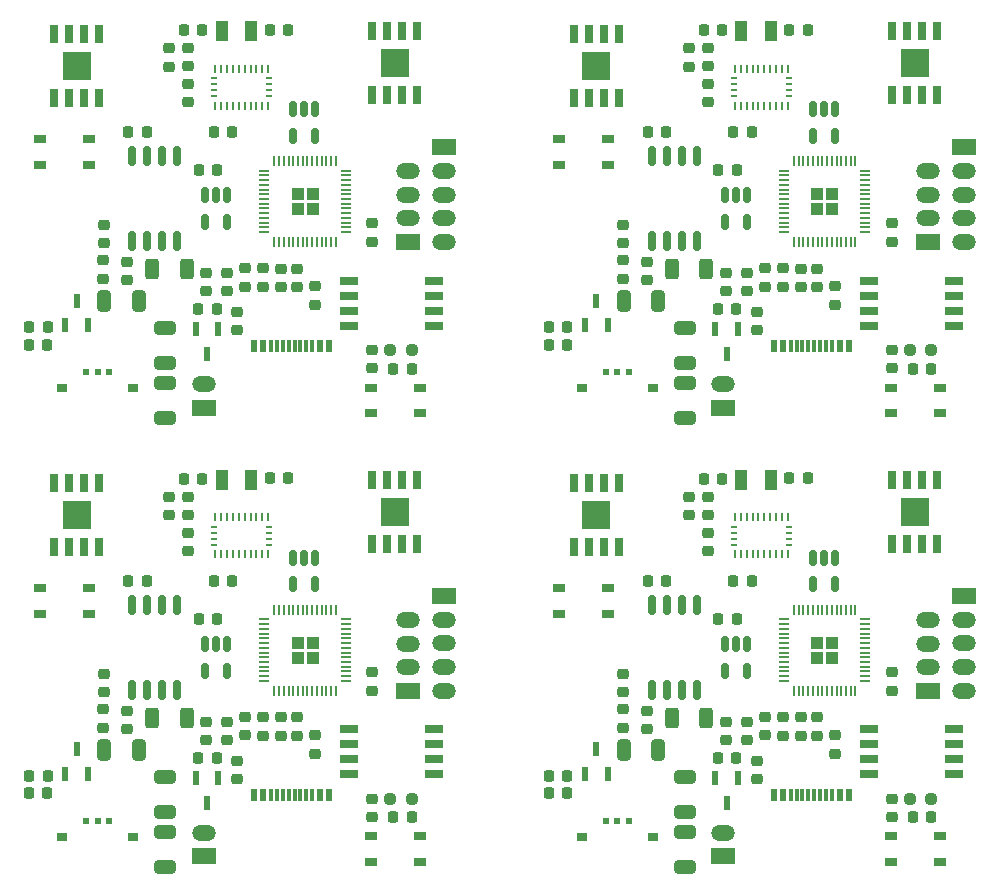
<source format=gbr>
%TF.GenerationSoftware,KiCad,Pcbnew,(6.0.4)*%
%TF.CreationDate,2022-09-20T18:54:46+09:00*%
%TF.ProjectId,mainboard_p_rev4,6d61696e-626f-4617-9264-5f705f726576,rev?*%
%TF.SameCoordinates,Original*%
%TF.FileFunction,Paste,Top*%
%TF.FilePolarity,Positive*%
%FSLAX46Y46*%
G04 Gerber Fmt 4.6, Leading zero omitted, Abs format (unit mm)*
G04 Created by KiCad (PCBNEW (6.0.4)) date 2022-09-20 18:54:46*
%MOMM*%
%LPD*%
G01*
G04 APERTURE LIST*
G04 Aperture macros list*
%AMRoundRect*
0 Rectangle with rounded corners*
0 $1 Rounding radius*
0 $2 $3 $4 $5 $6 $7 $8 $9 X,Y pos of 4 corners*
0 Add a 4 corners polygon primitive as box body*
4,1,4,$2,$3,$4,$5,$6,$7,$8,$9,$2,$3,0*
0 Add four circle primitives for the rounded corners*
1,1,$1+$1,$2,$3*
1,1,$1+$1,$4,$5*
1,1,$1+$1,$6,$7*
1,1,$1+$1,$8,$9*
0 Add four rect primitives between the rounded corners*
20,1,$1+$1,$2,$3,$4,$5,0*
20,1,$1+$1,$4,$5,$6,$7,0*
20,1,$1+$1,$6,$7,$8,$9,0*
20,1,$1+$1,$8,$9,$2,$3,0*%
G04 Aperture macros list end*
%ADD10RoundRect,0.225000X-0.225000X-0.250000X0.225000X-0.250000X0.225000X0.250000X-0.225000X0.250000X0*%
%ADD11RoundRect,0.250000X0.650000X-0.325000X0.650000X0.325000X-0.650000X0.325000X-0.650000X-0.325000X0*%
%ADD12RoundRect,0.225000X-0.250000X0.225000X-0.250000X-0.225000X0.250000X-0.225000X0.250000X0.225000X0*%
%ADD13RoundRect,0.225000X0.225000X0.250000X-0.225000X0.250000X-0.225000X-0.250000X0.225000X-0.250000X0*%
%ADD14R,1.000000X1.800000*%
%ADD15RoundRect,0.225000X0.250000X-0.225000X0.250000X0.225000X-0.250000X0.225000X-0.250000X-0.225000X0*%
%ADD16RoundRect,0.237500X-0.250000X-0.237500X0.250000X-0.237500X0.250000X0.237500X-0.250000X0.237500X0*%
%ADD17RoundRect,0.150000X-0.150000X0.512500X-0.150000X-0.512500X0.150000X-0.512500X0.150000X0.512500X0*%
%ADD18R,0.600000X1.300000*%
%ADD19R,2.000000X1.350000*%
%ADD20O,2.000000X1.350000*%
%ADD21R,0.600000X0.510000*%
%ADD22R,0.900000X0.700000*%
%ADD23R,0.650000X1.525000*%
%ADD24R,2.390000X2.390000*%
%ADD25R,1.050000X0.650000*%
%ADD26RoundRect,0.250000X0.325000X0.650000X-0.325000X0.650000X-0.325000X-0.650000X0.325000X-0.650000X0*%
%ADD27R,0.600000X1.140000*%
%ADD28R,0.300000X1.140000*%
%ADD29R,1.650000X0.650000*%
%ADD30RoundRect,0.250000X-0.312500X-0.625000X0.312500X-0.625000X0.312500X0.625000X-0.312500X0.625000X0*%
%ADD31RoundRect,0.250000X0.292217X0.292217X-0.292217X0.292217X-0.292217X-0.292217X0.292217X-0.292217X0*%
%ADD32RoundRect,0.050000X0.387500X0.050000X-0.387500X0.050000X-0.387500X-0.050000X0.387500X-0.050000X0*%
%ADD33RoundRect,0.050000X0.050000X0.387500X-0.050000X0.387500X-0.050000X-0.387500X0.050000X-0.387500X0*%
%ADD34RoundRect,0.150000X-0.150000X0.712500X-0.150000X-0.712500X0.150000X-0.712500X0.150000X0.712500X0*%
%ADD35R,0.250000X0.675000*%
%ADD36R,0.575000X0.250000*%
G04 APERTURE END LIST*
D10*
%TO.C,C118*%
X190396200Y-114131200D03*
X191946200Y-114131200D03*
%TD*%
D11*
%TO.C,C115*%
X181519200Y-142352400D03*
X181519200Y-139402400D03*
%TD*%
D12*
%TO.C,C104*%
X199096000Y-141245400D03*
X199096000Y-142795400D03*
%TD*%
%TO.C,R80*%
X183475000Y-118741000D03*
X183475000Y-120291000D03*
%TD*%
%TO.C,C91*%
X194270000Y-135886000D03*
X194270000Y-137436000D03*
%TD*%
D13*
%TO.C,R78*%
X185901000Y-137804000D03*
X184351000Y-137804000D03*
%TD*%
%TO.C,C100*%
X185939400Y-126043800D03*
X184389400Y-126043800D03*
%TD*%
D14*
%TO.C,Y8*%
X188835310Y-114296208D03*
X186335310Y-114296208D03*
%TD*%
D15*
%TO.C,D8*%
X199045200Y-132102000D03*
X199045200Y-130552000D03*
%TD*%
%TO.C,C120*%
X183475000Y-117243000D03*
X183475000Y-115693000D03*
%TD*%
D12*
%TO.C,C97*%
X188301000Y-134349000D03*
X188301000Y-135899000D03*
%TD*%
D16*
%TO.C,R72*%
X200594600Y-141283800D03*
X202419600Y-141283800D03*
%TD*%
D12*
%TO.C,R91*%
X186777000Y-134743000D03*
X186777000Y-136293000D03*
%TD*%
D17*
%TO.C,Y7*%
X194270000Y-120834800D03*
X193320000Y-120834800D03*
X192370000Y-120834800D03*
X192370000Y-123109800D03*
X194270000Y-123109800D03*
%TD*%
D18*
%TO.C,Q11*%
X186025200Y-139522600D03*
X184125200Y-139522600D03*
X185075200Y-141622600D03*
%TD*%
D15*
%TO.C,R74*%
X192725700Y-135925000D03*
X192725700Y-134375000D03*
%TD*%
D13*
%TO.C,R82*%
X179982800Y-122818000D03*
X178432800Y-122818000D03*
%TD*%
D19*
%TO.C,J31*%
X205192000Y-124101200D03*
D20*
X205192000Y-126101200D03*
X205192000Y-128101200D03*
X205192000Y-130101200D03*
X205192000Y-132101200D03*
%TD*%
D10*
%TO.C,C117*%
X185646400Y-122792600D03*
X187196400Y-122792600D03*
%TD*%
D21*
%TO.C,SW4*%
X174829600Y-143131600D03*
X176829600Y-143131600D03*
X175829600Y-143131600D03*
D22*
X172829600Y-144486600D03*
X178829600Y-144486600D03*
%TD*%
D23*
%TO.C,IC16*%
X172146600Y-119967400D03*
X173416600Y-119967400D03*
X174686600Y-119967400D03*
X175956600Y-119967400D03*
X175956600Y-114543400D03*
X174686600Y-114543400D03*
X173416600Y-114543400D03*
X172146600Y-114543400D03*
D24*
X174051600Y-117255400D03*
%TD*%
D12*
%TO.C,R84*%
X176337600Y-130679000D03*
X176337600Y-132229000D03*
%TD*%
D25*
%TO.C,S7*%
X199002200Y-144450600D03*
X203152200Y-144450600D03*
X199002200Y-146600600D03*
X203152200Y-146600600D03*
%TD*%
D17*
%TO.C,U15*%
X186812600Y-128157500D03*
X185862600Y-128157500D03*
X184912600Y-128157500D03*
X184912600Y-130432500D03*
X186812600Y-130432500D03*
%TD*%
D11*
%TO.C,C114*%
X181544600Y-147026000D03*
X181544600Y-144076000D03*
%TD*%
D13*
%TO.C,C119*%
X184681800Y-114182000D03*
X183131800Y-114182000D03*
%TD*%
D15*
%TO.C,C102*%
X181900200Y-117268400D03*
X181900200Y-115718400D03*
%TD*%
D12*
%TO.C,R83*%
X176312200Y-133676200D03*
X176312200Y-135226200D03*
%TD*%
D13*
%TO.C,R71*%
X202411000Y-142833200D03*
X200861000Y-142833200D03*
%TD*%
D18*
%TO.C,Q10*%
X173104200Y-139177000D03*
X175004200Y-139177000D03*
X174054200Y-137077000D03*
%TD*%
D26*
%TO.C,C111*%
X179311200Y-137118200D03*
X176361200Y-137118200D03*
%TD*%
D19*
%TO.C,J30*%
X202144000Y-132114400D03*
D20*
X202144000Y-130114400D03*
X202144000Y-128114400D03*
X202144000Y-126114400D03*
%TD*%
D27*
%TO.C,U14*%
X189050000Y-140900000D03*
X189850000Y-140900000D03*
D28*
X190500000Y-140900000D03*
X191000000Y-140900000D03*
X191500000Y-140900000D03*
X192000000Y-140900000D03*
X192500000Y-140900000D03*
X193000000Y-140900000D03*
X193500000Y-140900000D03*
X194000000Y-140900000D03*
D27*
X194650000Y-140900000D03*
X195450000Y-140900000D03*
%TD*%
D19*
%TO.C,J26*%
X184795800Y-146135200D03*
D20*
X184795800Y-144135200D03*
%TD*%
D29*
%TO.C,IC13*%
X204296200Y-139201000D03*
X204296200Y-137931000D03*
X204296200Y-136661000D03*
X204296200Y-135391000D03*
X197096200Y-135391000D03*
X197096200Y-136661000D03*
X197096200Y-137931000D03*
X197096200Y-139201000D03*
%TD*%
D10*
%TO.C,R73*%
X170037800Y-139353400D03*
X171587800Y-139353400D03*
%TD*%
D12*
%TO.C,C106*%
X178318800Y-133828600D03*
X178318800Y-135378600D03*
%TD*%
D30*
%TO.C,R79*%
X180437700Y-134425800D03*
X183362700Y-134425800D03*
%TD*%
D23*
%TO.C,IC15*%
X199095000Y-119713400D03*
X200365000Y-119713400D03*
X201635000Y-119713400D03*
X202905000Y-119713400D03*
X202905000Y-114289400D03*
X201635000Y-114289400D03*
X200365000Y-114289400D03*
X199095000Y-114289400D03*
D24*
X201000000Y-117001400D03*
%TD*%
D15*
%TO.C,R75*%
X191349000Y-135925000D03*
X191349000Y-134375000D03*
%TD*%
D12*
%TO.C,R92*%
X187666000Y-138032000D03*
X187666000Y-139582000D03*
%TD*%
D25*
%TO.C,S8*%
X170925000Y-123425000D03*
X175075000Y-123425000D03*
X170925000Y-125575000D03*
X175075000Y-125575000D03*
%TD*%
D31*
%TO.C,U13*%
X194025100Y-128039400D03*
X192750100Y-129314400D03*
X192750100Y-128039400D03*
X194025100Y-129314400D03*
D32*
X196825100Y-131276900D03*
X196825100Y-130876900D03*
X196825100Y-130476900D03*
X196825100Y-130076900D03*
X196825100Y-129676900D03*
X196825100Y-129276900D03*
X196825100Y-128876900D03*
X196825100Y-128476900D03*
X196825100Y-128076900D03*
X196825100Y-127676900D03*
X196825100Y-127276900D03*
X196825100Y-126876900D03*
X196825100Y-126476900D03*
X196825100Y-126076900D03*
D33*
X195987600Y-125239400D03*
X195587600Y-125239400D03*
X195187600Y-125239400D03*
X194787600Y-125239400D03*
X194387600Y-125239400D03*
X193987600Y-125239400D03*
X193587600Y-125239400D03*
X193187600Y-125239400D03*
X192787600Y-125239400D03*
X192387600Y-125239400D03*
X191987600Y-125239400D03*
X191587600Y-125239400D03*
X191187600Y-125239400D03*
X190787600Y-125239400D03*
D32*
X189950100Y-126076900D03*
X189950100Y-126476900D03*
X189950100Y-126876900D03*
X189950100Y-127276900D03*
X189950100Y-127676900D03*
X189950100Y-128076900D03*
X189950100Y-128476900D03*
X189950100Y-128876900D03*
X189950100Y-129276900D03*
X189950100Y-129676900D03*
X189950100Y-130076900D03*
X189950100Y-130476900D03*
X189950100Y-130876900D03*
X189950100Y-131276900D03*
D33*
X190787600Y-132114400D03*
X191187600Y-132114400D03*
X191587600Y-132114400D03*
X191987600Y-132114400D03*
X192387600Y-132114400D03*
X192787600Y-132114400D03*
X193187600Y-132114400D03*
X193587600Y-132114400D03*
X193987600Y-132114400D03*
X194387600Y-132114400D03*
X194787600Y-132114400D03*
X195187600Y-132114400D03*
X195587600Y-132114400D03*
X195987600Y-132114400D03*
%TD*%
D12*
%TO.C,C94*%
X189825000Y-134362000D03*
X189825000Y-135912000D03*
%TD*%
D34*
%TO.C,U16*%
X182535200Y-124818900D03*
X181265200Y-124818900D03*
X179995200Y-124818900D03*
X178725200Y-124818900D03*
X178725200Y-132043900D03*
X179995200Y-132043900D03*
X181265200Y-132043900D03*
X182535200Y-132043900D03*
%TD*%
D12*
%TO.C,R77*%
X184999000Y-134743000D03*
X184999000Y-136293000D03*
%TD*%
D10*
%TO.C,R70*%
X170025400Y-140801200D03*
X171575400Y-140801200D03*
%TD*%
D35*
%TO.C,AC4*%
X185771600Y-117439400D03*
D36*
X185708600Y-118252400D03*
X185708600Y-118752400D03*
X185708600Y-119252400D03*
X185708600Y-119752400D03*
D35*
X185771600Y-120565400D03*
X186271600Y-120565400D03*
X186771600Y-120565400D03*
X187271600Y-120565400D03*
X187771600Y-120565400D03*
X188271600Y-120565400D03*
X188771600Y-120565400D03*
X189271600Y-120565400D03*
X189771600Y-120565400D03*
X190271600Y-120565400D03*
D36*
X190334600Y-119752400D03*
X190334600Y-119252400D03*
X190334600Y-118752400D03*
X190334600Y-118252400D03*
D35*
X190271600Y-117439400D03*
X189771600Y-117439400D03*
X189271600Y-117439400D03*
X188771600Y-117439400D03*
X188271600Y-117439400D03*
X187771600Y-117439400D03*
X187271600Y-117439400D03*
X186771600Y-117439400D03*
X186271600Y-117439400D03*
%TD*%
D10*
%TO.C,C88*%
X146396200Y-114131200D03*
X147946200Y-114131200D03*
%TD*%
D11*
%TO.C,C85*%
X137519200Y-142352400D03*
X137519200Y-139402400D03*
%TD*%
D12*
%TO.C,C74*%
X155096000Y-141245400D03*
X155096000Y-142795400D03*
%TD*%
%TO.C,R57*%
X139475000Y-118741000D03*
X139475000Y-120291000D03*
%TD*%
%TO.C,C61*%
X150270000Y-135886000D03*
X150270000Y-137436000D03*
%TD*%
D13*
%TO.C,R55*%
X141901000Y-137804000D03*
X140351000Y-137804000D03*
%TD*%
%TO.C,C70*%
X141939400Y-126043800D03*
X140389400Y-126043800D03*
%TD*%
D14*
%TO.C,Y6*%
X144835310Y-114296208D03*
X142335310Y-114296208D03*
%TD*%
D15*
%TO.C,D6*%
X155045200Y-132102000D03*
X155045200Y-130552000D03*
%TD*%
%TO.C,C90*%
X139475000Y-117243000D03*
X139475000Y-115693000D03*
%TD*%
D12*
%TO.C,C67*%
X144301000Y-134349000D03*
X144301000Y-135899000D03*
%TD*%
D16*
%TO.C,R49*%
X156594600Y-141283800D03*
X158419600Y-141283800D03*
%TD*%
D12*
%TO.C,R68*%
X142777000Y-134743000D03*
X142777000Y-136293000D03*
%TD*%
D17*
%TO.C,Y5*%
X150270000Y-120834800D03*
X149320000Y-120834800D03*
X148370000Y-120834800D03*
X148370000Y-123109800D03*
X150270000Y-123109800D03*
%TD*%
D18*
%TO.C,Q6*%
X142025200Y-139522600D03*
X140125200Y-139522600D03*
X141075200Y-141622600D03*
%TD*%
D15*
%TO.C,R51*%
X148725700Y-135925000D03*
X148725700Y-134375000D03*
%TD*%
D13*
%TO.C,R59*%
X135982800Y-122818000D03*
X134432800Y-122818000D03*
%TD*%
D19*
%TO.C,J23*%
X161192000Y-124101200D03*
D20*
X161192000Y-126101200D03*
X161192000Y-128101200D03*
X161192000Y-130101200D03*
X161192000Y-132101200D03*
%TD*%
D10*
%TO.C,C87*%
X141646400Y-122792600D03*
X143196400Y-122792600D03*
%TD*%
D21*
%TO.C,SW3*%
X130829600Y-143131600D03*
X132829600Y-143131600D03*
X131829600Y-143131600D03*
D22*
X128829600Y-144486600D03*
X134829600Y-144486600D03*
%TD*%
D23*
%TO.C,IC12*%
X128146600Y-119967400D03*
X129416600Y-119967400D03*
X130686600Y-119967400D03*
X131956600Y-119967400D03*
X131956600Y-114543400D03*
X130686600Y-114543400D03*
X129416600Y-114543400D03*
X128146600Y-114543400D03*
D24*
X130051600Y-117255400D03*
%TD*%
D12*
%TO.C,R61*%
X132337600Y-130679000D03*
X132337600Y-132229000D03*
%TD*%
D25*
%TO.C,S5*%
X155002200Y-144450600D03*
X159152200Y-144450600D03*
X155002200Y-146600600D03*
X159152200Y-146600600D03*
%TD*%
D17*
%TO.C,U11*%
X142812600Y-128157500D03*
X141862600Y-128157500D03*
X140912600Y-128157500D03*
X140912600Y-130432500D03*
X142812600Y-130432500D03*
%TD*%
D11*
%TO.C,C84*%
X137544600Y-147026000D03*
X137544600Y-144076000D03*
%TD*%
D13*
%TO.C,C89*%
X140681800Y-114182000D03*
X139131800Y-114182000D03*
%TD*%
D15*
%TO.C,C72*%
X137900200Y-117268400D03*
X137900200Y-115718400D03*
%TD*%
D12*
%TO.C,R60*%
X132312200Y-133676200D03*
X132312200Y-135226200D03*
%TD*%
D13*
%TO.C,R48*%
X158411000Y-142833200D03*
X156861000Y-142833200D03*
%TD*%
D18*
%TO.C,Q5*%
X129104200Y-139177000D03*
X131004200Y-139177000D03*
X130054200Y-137077000D03*
%TD*%
D26*
%TO.C,C81*%
X135311200Y-137118200D03*
X132361200Y-137118200D03*
%TD*%
D19*
%TO.C,J22*%
X158144000Y-132114400D03*
D20*
X158144000Y-130114400D03*
X158144000Y-128114400D03*
X158144000Y-126114400D03*
%TD*%
D27*
%TO.C,U10*%
X145050000Y-140900000D03*
X145850000Y-140900000D03*
D28*
X146500000Y-140900000D03*
X147000000Y-140900000D03*
X147500000Y-140900000D03*
X148000000Y-140900000D03*
X148500000Y-140900000D03*
X149000000Y-140900000D03*
X149500000Y-140900000D03*
X150000000Y-140900000D03*
D27*
X150650000Y-140900000D03*
X151450000Y-140900000D03*
%TD*%
D19*
%TO.C,J18*%
X140795800Y-146135200D03*
D20*
X140795800Y-144135200D03*
%TD*%
D29*
%TO.C,IC5*%
X160296200Y-139201000D03*
X160296200Y-137931000D03*
X160296200Y-136661000D03*
X160296200Y-135391000D03*
X153096200Y-135391000D03*
X153096200Y-136661000D03*
X153096200Y-137931000D03*
X153096200Y-139201000D03*
%TD*%
D10*
%TO.C,R50*%
X126037800Y-139353400D03*
X127587800Y-139353400D03*
%TD*%
D12*
%TO.C,C76*%
X134318800Y-133828600D03*
X134318800Y-135378600D03*
%TD*%
D30*
%TO.C,R56*%
X136437700Y-134425800D03*
X139362700Y-134425800D03*
%TD*%
D23*
%TO.C,IC11*%
X155095000Y-119713400D03*
X156365000Y-119713400D03*
X157635000Y-119713400D03*
X158905000Y-119713400D03*
X158905000Y-114289400D03*
X157635000Y-114289400D03*
X156365000Y-114289400D03*
X155095000Y-114289400D03*
D24*
X157000000Y-117001400D03*
%TD*%
D15*
%TO.C,R52*%
X147349000Y-135925000D03*
X147349000Y-134375000D03*
%TD*%
D12*
%TO.C,R69*%
X143666000Y-138032000D03*
X143666000Y-139582000D03*
%TD*%
D25*
%TO.C,S6*%
X126925000Y-123425000D03*
X131075000Y-123425000D03*
X126925000Y-125575000D03*
X131075000Y-125575000D03*
%TD*%
D31*
%TO.C,U3*%
X150025100Y-128039400D03*
X148750100Y-129314400D03*
X148750100Y-128039400D03*
X150025100Y-129314400D03*
D32*
X152825100Y-131276900D03*
X152825100Y-130876900D03*
X152825100Y-130476900D03*
X152825100Y-130076900D03*
X152825100Y-129676900D03*
X152825100Y-129276900D03*
X152825100Y-128876900D03*
X152825100Y-128476900D03*
X152825100Y-128076900D03*
X152825100Y-127676900D03*
X152825100Y-127276900D03*
X152825100Y-126876900D03*
X152825100Y-126476900D03*
X152825100Y-126076900D03*
D33*
X151987600Y-125239400D03*
X151587600Y-125239400D03*
X151187600Y-125239400D03*
X150787600Y-125239400D03*
X150387600Y-125239400D03*
X149987600Y-125239400D03*
X149587600Y-125239400D03*
X149187600Y-125239400D03*
X148787600Y-125239400D03*
X148387600Y-125239400D03*
X147987600Y-125239400D03*
X147587600Y-125239400D03*
X147187600Y-125239400D03*
X146787600Y-125239400D03*
D32*
X145950100Y-126076900D03*
X145950100Y-126476900D03*
X145950100Y-126876900D03*
X145950100Y-127276900D03*
X145950100Y-127676900D03*
X145950100Y-128076900D03*
X145950100Y-128476900D03*
X145950100Y-128876900D03*
X145950100Y-129276900D03*
X145950100Y-129676900D03*
X145950100Y-130076900D03*
X145950100Y-130476900D03*
X145950100Y-130876900D03*
X145950100Y-131276900D03*
D33*
X146787600Y-132114400D03*
X147187600Y-132114400D03*
X147587600Y-132114400D03*
X147987600Y-132114400D03*
X148387600Y-132114400D03*
X148787600Y-132114400D03*
X149187600Y-132114400D03*
X149587600Y-132114400D03*
X149987600Y-132114400D03*
X150387600Y-132114400D03*
X150787600Y-132114400D03*
X151187600Y-132114400D03*
X151587600Y-132114400D03*
X151987600Y-132114400D03*
%TD*%
D12*
%TO.C,C64*%
X145825000Y-134362000D03*
X145825000Y-135912000D03*
%TD*%
D34*
%TO.C,U12*%
X138535200Y-124818900D03*
X137265200Y-124818900D03*
X135995200Y-124818900D03*
X134725200Y-124818900D03*
X134725200Y-132043900D03*
X135995200Y-132043900D03*
X137265200Y-132043900D03*
X138535200Y-132043900D03*
%TD*%
D12*
%TO.C,R54*%
X140999000Y-134743000D03*
X140999000Y-136293000D03*
%TD*%
D10*
%TO.C,R47*%
X126025400Y-140801200D03*
X127575400Y-140801200D03*
%TD*%
D35*
%TO.C,AC3*%
X141771600Y-117439400D03*
D36*
X141708600Y-118252400D03*
X141708600Y-118752400D03*
X141708600Y-119252400D03*
X141708600Y-119752400D03*
D35*
X141771600Y-120565400D03*
X142271600Y-120565400D03*
X142771600Y-120565400D03*
X143271600Y-120565400D03*
X143771600Y-120565400D03*
X144271600Y-120565400D03*
X144771600Y-120565400D03*
X145271600Y-120565400D03*
X145771600Y-120565400D03*
X146271600Y-120565400D03*
D36*
X146334600Y-119752400D03*
X146334600Y-119252400D03*
X146334600Y-118752400D03*
X146334600Y-118252400D03*
D35*
X146271600Y-117439400D03*
X145771600Y-117439400D03*
X145271600Y-117439400D03*
X144771600Y-117439400D03*
X144271600Y-117439400D03*
X143771600Y-117439400D03*
X143271600Y-117439400D03*
X142771600Y-117439400D03*
X142271600Y-117439400D03*
%TD*%
D10*
%TO.C,C58*%
X190396200Y-76131200D03*
X191946200Y-76131200D03*
%TD*%
D11*
%TO.C,C55*%
X181519200Y-104352400D03*
X181519200Y-101402400D03*
%TD*%
D12*
%TO.C,C44*%
X199096000Y-103245400D03*
X199096000Y-104795400D03*
%TD*%
%TO.C,R34*%
X183475000Y-80741000D03*
X183475000Y-82291000D03*
%TD*%
%TO.C,C24*%
X194270000Y-97886000D03*
X194270000Y-99436000D03*
%TD*%
D13*
%TO.C,R32*%
X185901000Y-99804000D03*
X184351000Y-99804000D03*
%TD*%
%TO.C,C40*%
X185939400Y-88043800D03*
X184389400Y-88043800D03*
%TD*%
D14*
%TO.C,Y4*%
X188835310Y-76296208D03*
X186335310Y-76296208D03*
%TD*%
D15*
%TO.C,D4*%
X199045200Y-94102000D03*
X199045200Y-92552000D03*
%TD*%
%TO.C,C60*%
X183475000Y-79243000D03*
X183475000Y-77693000D03*
%TD*%
D12*
%TO.C,C32*%
X188301000Y-96349000D03*
X188301000Y-97899000D03*
%TD*%
D16*
%TO.C,R26*%
X200594600Y-103283800D03*
X202419600Y-103283800D03*
%TD*%
D12*
%TO.C,R45*%
X186777000Y-96743000D03*
X186777000Y-98293000D03*
%TD*%
D17*
%TO.C,Y3*%
X194270000Y-82834800D03*
X193320000Y-82834800D03*
X192370000Y-82834800D03*
X192370000Y-85109800D03*
X194270000Y-85109800D03*
%TD*%
D18*
%TO.C,Q4*%
X186025200Y-101522600D03*
X184125200Y-101522600D03*
X185075200Y-103622600D03*
%TD*%
D15*
%TO.C,R28*%
X192725700Y-97925000D03*
X192725700Y-96375000D03*
%TD*%
D13*
%TO.C,R36*%
X179982800Y-84818000D03*
X178432800Y-84818000D03*
%TD*%
D19*
%TO.C,J15*%
X205192000Y-86101200D03*
D20*
X205192000Y-88101200D03*
X205192000Y-90101200D03*
X205192000Y-92101200D03*
X205192000Y-94101200D03*
%TD*%
D10*
%TO.C,C57*%
X185646400Y-84792600D03*
X187196400Y-84792600D03*
%TD*%
D21*
%TO.C,SW2*%
X174829600Y-105131600D03*
X176829600Y-105131600D03*
X175829600Y-105131600D03*
D22*
X172829600Y-106486600D03*
X178829600Y-106486600D03*
%TD*%
D23*
%TO.C,IC10*%
X172146600Y-81967400D03*
X173416600Y-81967400D03*
X174686600Y-81967400D03*
X175956600Y-81967400D03*
X175956600Y-76543400D03*
X174686600Y-76543400D03*
X173416600Y-76543400D03*
X172146600Y-76543400D03*
D24*
X174051600Y-79255400D03*
%TD*%
D12*
%TO.C,R38*%
X176337600Y-92679000D03*
X176337600Y-94229000D03*
%TD*%
D25*
%TO.C,S3*%
X199002200Y-106450600D03*
X203152200Y-106450600D03*
X199002200Y-108600600D03*
X203152200Y-108600600D03*
%TD*%
D17*
%TO.C,U8*%
X186812600Y-90157500D03*
X185862600Y-90157500D03*
X184912600Y-90157500D03*
X184912600Y-92432500D03*
X186812600Y-92432500D03*
%TD*%
D11*
%TO.C,C54*%
X181544600Y-109026000D03*
X181544600Y-106076000D03*
%TD*%
D13*
%TO.C,C59*%
X184681800Y-76182000D03*
X183131800Y-76182000D03*
%TD*%
D15*
%TO.C,C42*%
X181900200Y-79268400D03*
X181900200Y-77718400D03*
%TD*%
D12*
%TO.C,R37*%
X176312200Y-95676200D03*
X176312200Y-97226200D03*
%TD*%
D13*
%TO.C,R25*%
X202411000Y-104833200D03*
X200861000Y-104833200D03*
%TD*%
D18*
%TO.C,Q3*%
X173104200Y-101177000D03*
X175004200Y-101177000D03*
X174054200Y-99077000D03*
%TD*%
D26*
%TO.C,C51*%
X179311200Y-99118200D03*
X176361200Y-99118200D03*
%TD*%
D19*
%TO.C,J14*%
X202144000Y-94114400D03*
D20*
X202144000Y-92114400D03*
X202144000Y-90114400D03*
X202144000Y-88114400D03*
%TD*%
D27*
%TO.C,U7*%
X189050000Y-102900000D03*
X189850000Y-102900000D03*
D28*
X190500000Y-102900000D03*
X191000000Y-102900000D03*
X191500000Y-102900000D03*
X192000000Y-102900000D03*
X192500000Y-102900000D03*
X193000000Y-102900000D03*
X193500000Y-102900000D03*
X194000000Y-102900000D03*
D27*
X194650000Y-102900000D03*
X195450000Y-102900000D03*
%TD*%
D19*
%TO.C,J8*%
X184795800Y-108135200D03*
D20*
X184795800Y-106135200D03*
%TD*%
D29*
%TO.C,IC3*%
X204296200Y-101201000D03*
X204296200Y-99931000D03*
X204296200Y-98661000D03*
X204296200Y-97391000D03*
X197096200Y-97391000D03*
X197096200Y-98661000D03*
X197096200Y-99931000D03*
X197096200Y-101201000D03*
%TD*%
D10*
%TO.C,R27*%
X170037800Y-101353400D03*
X171587800Y-101353400D03*
%TD*%
D12*
%TO.C,C46*%
X178318800Y-95828600D03*
X178318800Y-97378600D03*
%TD*%
D30*
%TO.C,R33*%
X180437700Y-96425800D03*
X183362700Y-96425800D03*
%TD*%
D23*
%TO.C,IC9*%
X199095000Y-81713400D03*
X200365000Y-81713400D03*
X201635000Y-81713400D03*
X202905000Y-81713400D03*
X202905000Y-76289400D03*
X201635000Y-76289400D03*
X200365000Y-76289400D03*
X199095000Y-76289400D03*
D24*
X201000000Y-79001400D03*
%TD*%
D15*
%TO.C,R29*%
X191349000Y-97925000D03*
X191349000Y-96375000D03*
%TD*%
D12*
%TO.C,R46*%
X187666000Y-100032000D03*
X187666000Y-101582000D03*
%TD*%
D25*
%TO.C,S4*%
X170925000Y-85425000D03*
X175075000Y-85425000D03*
X170925000Y-87575000D03*
X175075000Y-87575000D03*
%TD*%
D31*
%TO.C,U2*%
X194025100Y-90039400D03*
X192750100Y-91314400D03*
X192750100Y-90039400D03*
X194025100Y-91314400D03*
D32*
X196825100Y-93276900D03*
X196825100Y-92876900D03*
X196825100Y-92476900D03*
X196825100Y-92076900D03*
X196825100Y-91676900D03*
X196825100Y-91276900D03*
X196825100Y-90876900D03*
X196825100Y-90476900D03*
X196825100Y-90076900D03*
X196825100Y-89676900D03*
X196825100Y-89276900D03*
X196825100Y-88876900D03*
X196825100Y-88476900D03*
X196825100Y-88076900D03*
D33*
X195987600Y-87239400D03*
X195587600Y-87239400D03*
X195187600Y-87239400D03*
X194787600Y-87239400D03*
X194387600Y-87239400D03*
X193987600Y-87239400D03*
X193587600Y-87239400D03*
X193187600Y-87239400D03*
X192787600Y-87239400D03*
X192387600Y-87239400D03*
X191987600Y-87239400D03*
X191587600Y-87239400D03*
X191187600Y-87239400D03*
X190787600Y-87239400D03*
D32*
X189950100Y-88076900D03*
X189950100Y-88476900D03*
X189950100Y-88876900D03*
X189950100Y-89276900D03*
X189950100Y-89676900D03*
X189950100Y-90076900D03*
X189950100Y-90476900D03*
X189950100Y-90876900D03*
X189950100Y-91276900D03*
X189950100Y-91676900D03*
X189950100Y-92076900D03*
X189950100Y-92476900D03*
X189950100Y-92876900D03*
X189950100Y-93276900D03*
D33*
X190787600Y-94114400D03*
X191187600Y-94114400D03*
X191587600Y-94114400D03*
X191987600Y-94114400D03*
X192387600Y-94114400D03*
X192787600Y-94114400D03*
X193187600Y-94114400D03*
X193587600Y-94114400D03*
X193987600Y-94114400D03*
X194387600Y-94114400D03*
X194787600Y-94114400D03*
X195187600Y-94114400D03*
X195587600Y-94114400D03*
X195987600Y-94114400D03*
%TD*%
D12*
%TO.C,C28*%
X189825000Y-96362000D03*
X189825000Y-97912000D03*
%TD*%
D34*
%TO.C,U9*%
X182535200Y-86818900D03*
X181265200Y-86818900D03*
X179995200Y-86818900D03*
X178725200Y-86818900D03*
X178725200Y-94043900D03*
X179995200Y-94043900D03*
X181265200Y-94043900D03*
X182535200Y-94043900D03*
%TD*%
D12*
%TO.C,R31*%
X184999000Y-96743000D03*
X184999000Y-98293000D03*
%TD*%
D10*
%TO.C,R24*%
X170025400Y-102801200D03*
X171575400Y-102801200D03*
%TD*%
D35*
%TO.C,AC2*%
X185771600Y-79439400D03*
D36*
X185708600Y-80252400D03*
X185708600Y-80752400D03*
X185708600Y-81252400D03*
X185708600Y-81752400D03*
D35*
X185771600Y-82565400D03*
X186271600Y-82565400D03*
X186771600Y-82565400D03*
X187271600Y-82565400D03*
X187771600Y-82565400D03*
X188271600Y-82565400D03*
X188771600Y-82565400D03*
X189271600Y-82565400D03*
X189771600Y-82565400D03*
X190271600Y-82565400D03*
D36*
X190334600Y-81752400D03*
X190334600Y-81252400D03*
X190334600Y-80752400D03*
X190334600Y-80252400D03*
D35*
X190271600Y-79439400D03*
X189771600Y-79439400D03*
X189271600Y-79439400D03*
X188771600Y-79439400D03*
X188271600Y-79439400D03*
X187771600Y-79439400D03*
X187271600Y-79439400D03*
X186771600Y-79439400D03*
X186271600Y-79439400D03*
%TD*%
D23*
%TO.C,IC7*%
X155095000Y-81713400D03*
X156365000Y-81713400D03*
X157635000Y-81713400D03*
X158905000Y-81713400D03*
X158905000Y-76289400D03*
X157635000Y-76289400D03*
X156365000Y-76289400D03*
X155095000Y-76289400D03*
D24*
X157000000Y-79001400D03*
%TD*%
D29*
%TO.C,IC1*%
X160296200Y-101201000D03*
X160296200Y-99931000D03*
X160296200Y-98661000D03*
X160296200Y-97391000D03*
X153096200Y-97391000D03*
X153096200Y-98661000D03*
X153096200Y-99931000D03*
X153096200Y-101201000D03*
%TD*%
D25*
%TO.C,S2*%
X126925000Y-85425000D03*
X131075000Y-85425000D03*
X126925000Y-87575000D03*
X131075000Y-87575000D03*
%TD*%
D12*
%TO.C,R23*%
X143666000Y-100032000D03*
X143666000Y-101582000D03*
%TD*%
D15*
%TO.C,R6*%
X147349000Y-97925000D03*
X147349000Y-96375000D03*
%TD*%
D10*
%TO.C,R4*%
X126037800Y-101353400D03*
X127587800Y-101353400D03*
%TD*%
D12*
%TO.C,C16*%
X134318800Y-95828600D03*
X134318800Y-97378600D03*
%TD*%
D19*
%TO.C,J3*%
X140795800Y-108135200D03*
D20*
X140795800Y-106135200D03*
%TD*%
D30*
%TO.C,R10*%
X136437700Y-96425800D03*
X139362700Y-96425800D03*
%TD*%
D10*
%TO.C,R1*%
X126025400Y-102801200D03*
X127575400Y-102801200D03*
%TD*%
D34*
%TO.C,U6*%
X138535200Y-86818900D03*
X137265200Y-86818900D03*
X135995200Y-86818900D03*
X134725200Y-86818900D03*
X134725200Y-94043900D03*
X135995200Y-94043900D03*
X137265200Y-94043900D03*
X138535200Y-94043900D03*
%TD*%
D12*
%TO.C,R8*%
X140999000Y-96743000D03*
X140999000Y-98293000D03*
%TD*%
D31*
%TO.C,U1*%
X150025100Y-90039400D03*
X148750100Y-91314400D03*
X148750100Y-90039400D03*
X150025100Y-91314400D03*
D32*
X152825100Y-93276900D03*
X152825100Y-92876900D03*
X152825100Y-92476900D03*
X152825100Y-92076900D03*
X152825100Y-91676900D03*
X152825100Y-91276900D03*
X152825100Y-90876900D03*
X152825100Y-90476900D03*
X152825100Y-90076900D03*
X152825100Y-89676900D03*
X152825100Y-89276900D03*
X152825100Y-88876900D03*
X152825100Y-88476900D03*
X152825100Y-88076900D03*
D33*
X151987600Y-87239400D03*
X151587600Y-87239400D03*
X151187600Y-87239400D03*
X150787600Y-87239400D03*
X150387600Y-87239400D03*
X149987600Y-87239400D03*
X149587600Y-87239400D03*
X149187600Y-87239400D03*
X148787600Y-87239400D03*
X148387600Y-87239400D03*
X147987600Y-87239400D03*
X147587600Y-87239400D03*
X147187600Y-87239400D03*
X146787600Y-87239400D03*
D32*
X145950100Y-88076900D03*
X145950100Y-88476900D03*
X145950100Y-88876900D03*
X145950100Y-89276900D03*
X145950100Y-89676900D03*
X145950100Y-90076900D03*
X145950100Y-90476900D03*
X145950100Y-90876900D03*
X145950100Y-91276900D03*
X145950100Y-91676900D03*
X145950100Y-92076900D03*
X145950100Y-92476900D03*
X145950100Y-92876900D03*
X145950100Y-93276900D03*
D33*
X146787600Y-94114400D03*
X147187600Y-94114400D03*
X147587600Y-94114400D03*
X147987600Y-94114400D03*
X148387600Y-94114400D03*
X148787600Y-94114400D03*
X149187600Y-94114400D03*
X149587600Y-94114400D03*
X149987600Y-94114400D03*
X150387600Y-94114400D03*
X150787600Y-94114400D03*
X151187600Y-94114400D03*
X151587600Y-94114400D03*
X151987600Y-94114400D03*
%TD*%
D35*
%TO.C,AC1*%
X141771600Y-79439400D03*
D36*
X141708600Y-80252400D03*
X141708600Y-80752400D03*
X141708600Y-81252400D03*
X141708600Y-81752400D03*
D35*
X141771600Y-82565400D03*
X142271600Y-82565400D03*
X142771600Y-82565400D03*
X143271600Y-82565400D03*
X143771600Y-82565400D03*
X144271600Y-82565400D03*
X144771600Y-82565400D03*
X145271600Y-82565400D03*
X145771600Y-82565400D03*
X146271600Y-82565400D03*
D36*
X146334600Y-81752400D03*
X146334600Y-81252400D03*
X146334600Y-80752400D03*
X146334600Y-80252400D03*
D35*
X146271600Y-79439400D03*
X145771600Y-79439400D03*
X145271600Y-79439400D03*
X144771600Y-79439400D03*
X144271600Y-79439400D03*
X143771600Y-79439400D03*
X143271600Y-79439400D03*
X142771600Y-79439400D03*
X142271600Y-79439400D03*
%TD*%
D12*
%TO.C,C4*%
X145825000Y-96362000D03*
X145825000Y-97912000D03*
%TD*%
D13*
%TO.C,C36*%
X140681800Y-76182000D03*
X139131800Y-76182000D03*
%TD*%
D25*
%TO.C,S1*%
X155002200Y-106450600D03*
X159152200Y-106450600D03*
X155002200Y-108600600D03*
X159152200Y-108600600D03*
%TD*%
D12*
%TO.C,R14*%
X132312200Y-95676200D03*
X132312200Y-97226200D03*
%TD*%
D19*
%TO.C,J7*%
X158144000Y-94114400D03*
D20*
X158144000Y-92114400D03*
X158144000Y-90114400D03*
X158144000Y-88114400D03*
%TD*%
D11*
%TO.C,C26*%
X137544600Y-109026000D03*
X137544600Y-106076000D03*
%TD*%
D26*
%TO.C,C21*%
X135311200Y-99118200D03*
X132361200Y-99118200D03*
%TD*%
D17*
%TO.C,U5*%
X142812600Y-90157500D03*
X141862600Y-90157500D03*
X140912600Y-90157500D03*
X140912600Y-92432500D03*
X142812600Y-92432500D03*
%TD*%
D12*
%TO.C,R15*%
X132337600Y-92679000D03*
X132337600Y-94229000D03*
%TD*%
D15*
%TO.C,C12*%
X137900200Y-79268400D03*
X137900200Y-77718400D03*
%TD*%
D23*
%TO.C,IC8*%
X128146600Y-81967400D03*
X129416600Y-81967400D03*
X130686600Y-81967400D03*
X131956600Y-81967400D03*
X131956600Y-76543400D03*
X130686600Y-76543400D03*
X129416600Y-76543400D03*
X128146600Y-76543400D03*
D24*
X130051600Y-79255400D03*
%TD*%
D19*
%TO.C,J10*%
X161192000Y-86101200D03*
D20*
X161192000Y-88101200D03*
X161192000Y-90101200D03*
X161192000Y-92101200D03*
X161192000Y-94101200D03*
%TD*%
D18*
%TO.C,Q1*%
X129104200Y-101177000D03*
X131004200Y-101177000D03*
X130054200Y-99077000D03*
%TD*%
D21*
%TO.C,SW1*%
X130829600Y-105131600D03*
X132829600Y-105131600D03*
X131829600Y-105131600D03*
D22*
X128829600Y-106486600D03*
X134829600Y-106486600D03*
%TD*%
D10*
%TO.C,C34*%
X141646400Y-84792600D03*
X143196400Y-84792600D03*
%TD*%
D27*
%TO.C,U4*%
X145050000Y-102900000D03*
X145850000Y-102900000D03*
D28*
X146500000Y-102900000D03*
X147000000Y-102900000D03*
X147500000Y-102900000D03*
X148000000Y-102900000D03*
X148500000Y-102900000D03*
X149000000Y-102900000D03*
X149500000Y-102900000D03*
X150000000Y-102900000D03*
D27*
X150650000Y-102900000D03*
X151450000Y-102900000D03*
%TD*%
D13*
%TO.C,R2*%
X158411000Y-104833200D03*
X156861000Y-104833200D03*
%TD*%
D15*
%TO.C,C37*%
X139475000Y-79243000D03*
X139475000Y-77693000D03*
%TD*%
%TO.C,R5*%
X148725700Y-97925000D03*
X148725700Y-96375000D03*
%TD*%
D18*
%TO.C,Q2*%
X142025200Y-101522600D03*
X140125200Y-101522600D03*
X141075200Y-103622600D03*
%TD*%
D12*
%TO.C,C1*%
X150270000Y-97886000D03*
X150270000Y-99436000D03*
%TD*%
D14*
%TO.C,Y2*%
X144835310Y-76296208D03*
X142335310Y-76296208D03*
%TD*%
D12*
%TO.C,R11*%
X139475000Y-80741000D03*
X139475000Y-82291000D03*
%TD*%
D17*
%TO.C,Y1*%
X150270000Y-82834800D03*
X149320000Y-82834800D03*
X148370000Y-82834800D03*
X148370000Y-85109800D03*
X150270000Y-85109800D03*
%TD*%
D12*
%TO.C,C14*%
X155096000Y-103245400D03*
X155096000Y-104795400D03*
%TD*%
%TO.C,R22*%
X142777000Y-96743000D03*
X142777000Y-98293000D03*
%TD*%
%TO.C,C7*%
X144301000Y-96349000D03*
X144301000Y-97899000D03*
%TD*%
D15*
%TO.C,D3*%
X155045200Y-94102000D03*
X155045200Y-92552000D03*
%TD*%
D13*
%TO.C,C10*%
X141939400Y-88043800D03*
X140389400Y-88043800D03*
%TD*%
D16*
%TO.C,R3*%
X156594600Y-103283800D03*
X158419600Y-103283800D03*
%TD*%
D13*
%TO.C,R9*%
X141901000Y-99804000D03*
X140351000Y-99804000D03*
%TD*%
%TO.C,R13*%
X135982800Y-84818000D03*
X134432800Y-84818000D03*
%TD*%
D11*
%TO.C,C30*%
X137519200Y-104352400D03*
X137519200Y-101402400D03*
%TD*%
D10*
%TO.C,C35*%
X146396200Y-76131200D03*
X147946200Y-76131200D03*
%TD*%
M02*

</source>
